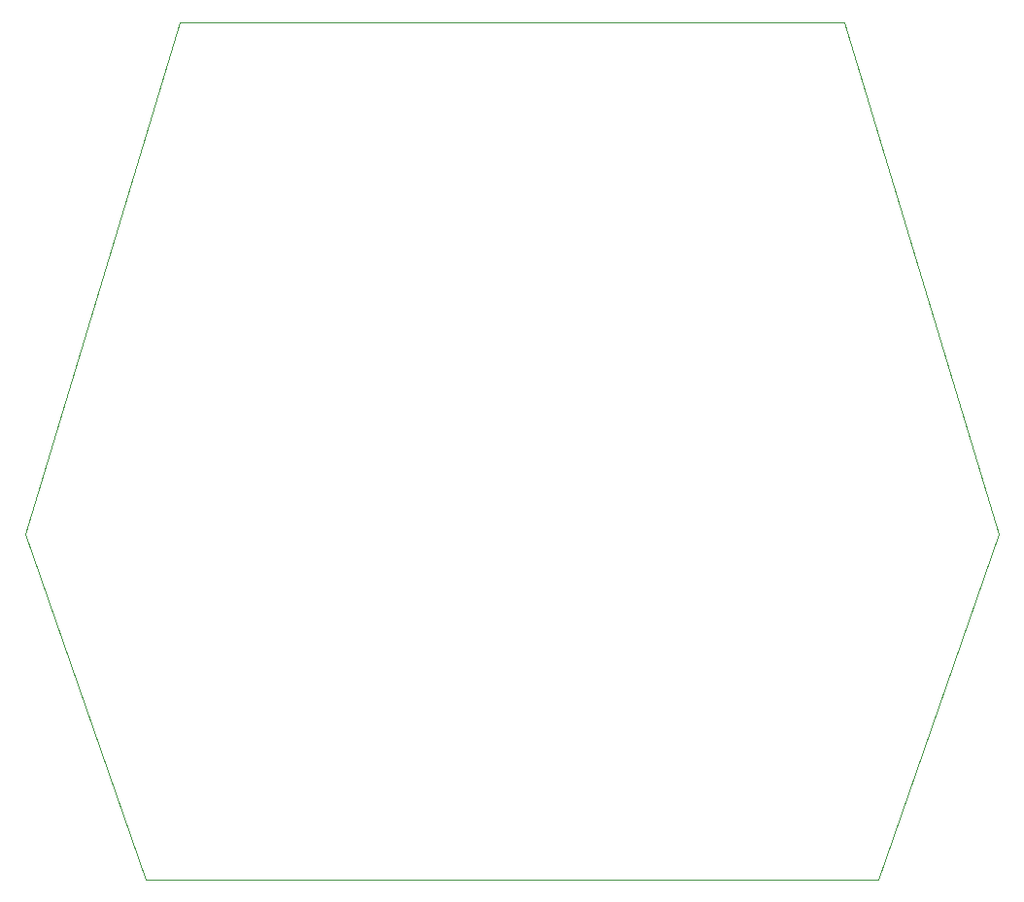
<source format=gm1>
%TF.GenerationSoftware,KiCad,Pcbnew,7.0.6-7.0.6~ubuntu22.04.1*%
%TF.CreationDate,2023-07-22T15:20:46-06:00*%
%TF.ProjectId,gps-tracker,6770732d-7472-4616-936b-65722e6b6963,rev?*%
%TF.SameCoordinates,Original*%
%TF.FileFunction,Profile,NP*%
%FSLAX46Y46*%
G04 Gerber Fmt 4.6, Leading zero omitted, Abs format (unit mm)*
G04 Created by KiCad (PCBNEW 7.0.6-7.0.6~ubuntu22.04.1) date 2023-07-22 15:20:46*
%MOMM*%
%LPD*%
G01*
G04 APERTURE LIST*
%TA.AperFunction,Profile*%
%ADD10C,0.100000*%
%TD*%
G04 APERTURE END LIST*
D10*
X153500000Y-96800000D02*
X143000000Y-127000000D01*
X82100000Y-52200000D02*
X68600000Y-96800000D01*
X68600000Y-96800000D02*
X79100000Y-127000000D01*
X143000000Y-127000000D02*
X79100000Y-127000000D01*
X140000000Y-52200000D02*
X82100000Y-52200000D01*
X140000000Y-52200000D02*
X153500000Y-96800000D01*
M02*

</source>
